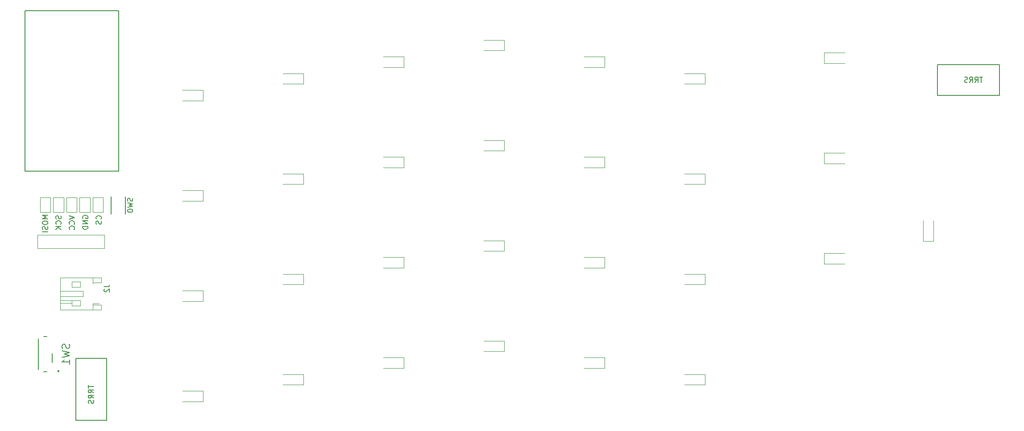
<source format=gbr>
%TF.GenerationSoftware,KiCad,Pcbnew,7.0.7*%
%TF.CreationDate,2024-02-04T16:52:20-05:00*%
%TF.ProjectId,garden,67617264-656e-42e6-9b69-6361645f7063,rev?*%
%TF.SameCoordinates,Original*%
%TF.FileFunction,Legend,Bot*%
%TF.FilePolarity,Positive*%
%FSLAX46Y46*%
G04 Gerber Fmt 4.6, Leading zero omitted, Abs format (unit mm)*
G04 Created by KiCad (PCBNEW 7.0.7) date 2024-02-04 16:52:20*
%MOMM*%
%LPD*%
G01*
G04 APERTURE LIST*
%ADD10C,0.150000*%
%ADD11C,0.120000*%
%ADD12C,0.152400*%
%ADD13C,0.127000*%
%ADD14C,0.250000*%
G04 APERTURE END LIST*
D10*
X31998569Y-111401845D02*
X31998569Y-111973273D01*
X32998569Y-111687559D02*
X31998569Y-111687559D01*
X32998569Y-112878035D02*
X32522378Y-112544702D01*
X32998569Y-112306607D02*
X31998569Y-112306607D01*
X31998569Y-112306607D02*
X31998569Y-112687559D01*
X31998569Y-112687559D02*
X32046188Y-112782797D01*
X32046188Y-112782797D02*
X32093807Y-112830416D01*
X32093807Y-112830416D02*
X32189045Y-112878035D01*
X32189045Y-112878035D02*
X32331902Y-112878035D01*
X32331902Y-112878035D02*
X32427140Y-112830416D01*
X32427140Y-112830416D02*
X32474759Y-112782797D01*
X32474759Y-112782797D02*
X32522378Y-112687559D01*
X32522378Y-112687559D02*
X32522378Y-112306607D01*
X32998569Y-113878035D02*
X32522378Y-113544702D01*
X32998569Y-113306607D02*
X31998569Y-113306607D01*
X31998569Y-113306607D02*
X31998569Y-113687559D01*
X31998569Y-113687559D02*
X32046188Y-113782797D01*
X32046188Y-113782797D02*
X32093807Y-113830416D01*
X32093807Y-113830416D02*
X32189045Y-113878035D01*
X32189045Y-113878035D02*
X32331902Y-113878035D01*
X32331902Y-113878035D02*
X32427140Y-113830416D01*
X32427140Y-113830416D02*
X32474759Y-113782797D01*
X32474759Y-113782797D02*
X32522378Y-113687559D01*
X32522378Y-113687559D02*
X32522378Y-113306607D01*
X32950950Y-114258988D02*
X32998569Y-114401845D01*
X32998569Y-114401845D02*
X32998569Y-114639940D01*
X32998569Y-114639940D02*
X32950950Y-114735178D01*
X32950950Y-114735178D02*
X32903330Y-114782797D01*
X32903330Y-114782797D02*
X32808092Y-114830416D01*
X32808092Y-114830416D02*
X32712854Y-114830416D01*
X32712854Y-114830416D02*
X32617616Y-114782797D01*
X32617616Y-114782797D02*
X32569997Y-114735178D01*
X32569997Y-114735178D02*
X32522378Y-114639940D01*
X32522378Y-114639940D02*
X32474759Y-114449464D01*
X32474759Y-114449464D02*
X32427140Y-114354226D01*
X32427140Y-114354226D02*
X32379521Y-114306607D01*
X32379521Y-114306607D02*
X32284283Y-114258988D01*
X32284283Y-114258988D02*
X32189045Y-114258988D01*
X32189045Y-114258988D02*
X32093807Y-114306607D01*
X32093807Y-114306607D02*
X32046188Y-114354226D01*
X32046188Y-114354226D02*
X31998569Y-114449464D01*
X31998569Y-114449464D02*
X31998569Y-114687559D01*
X31998569Y-114687559D02*
X32046188Y-114830416D01*
X40370450Y-75886469D02*
X40418069Y-76029326D01*
X40418069Y-76029326D02*
X40418069Y-76267421D01*
X40418069Y-76267421D02*
X40370450Y-76362659D01*
X40370450Y-76362659D02*
X40322830Y-76410278D01*
X40322830Y-76410278D02*
X40227592Y-76457897D01*
X40227592Y-76457897D02*
X40132354Y-76457897D01*
X40132354Y-76457897D02*
X40037116Y-76410278D01*
X40037116Y-76410278D02*
X39989497Y-76362659D01*
X39989497Y-76362659D02*
X39941878Y-76267421D01*
X39941878Y-76267421D02*
X39894259Y-76076945D01*
X39894259Y-76076945D02*
X39846640Y-75981707D01*
X39846640Y-75981707D02*
X39799021Y-75934088D01*
X39799021Y-75934088D02*
X39703783Y-75886469D01*
X39703783Y-75886469D02*
X39608545Y-75886469D01*
X39608545Y-75886469D02*
X39513307Y-75934088D01*
X39513307Y-75934088D02*
X39465688Y-75981707D01*
X39465688Y-75981707D02*
X39418069Y-76076945D01*
X39418069Y-76076945D02*
X39418069Y-76315040D01*
X39418069Y-76315040D02*
X39465688Y-76457897D01*
X39418069Y-76791231D02*
X40418069Y-77029326D01*
X40418069Y-77029326D02*
X39703783Y-77219802D01*
X39703783Y-77219802D02*
X40418069Y-77410278D01*
X40418069Y-77410278D02*
X39418069Y-77648374D01*
X39418069Y-78219802D02*
X39418069Y-78315040D01*
X39418069Y-78315040D02*
X39465688Y-78410278D01*
X39465688Y-78410278D02*
X39513307Y-78457897D01*
X39513307Y-78457897D02*
X39608545Y-78505516D01*
X39608545Y-78505516D02*
X39799021Y-78553135D01*
X39799021Y-78553135D02*
X40037116Y-78553135D01*
X40037116Y-78553135D02*
X40227592Y-78505516D01*
X40227592Y-78505516D02*
X40322830Y-78457897D01*
X40322830Y-78457897D02*
X40370450Y-78410278D01*
X40370450Y-78410278D02*
X40418069Y-78315040D01*
X40418069Y-78315040D02*
X40418069Y-78219802D01*
X40418069Y-78219802D02*
X40370450Y-78124564D01*
X40370450Y-78124564D02*
X40322830Y-78076945D01*
X40322830Y-78076945D02*
X40227592Y-78029326D01*
X40227592Y-78029326D02*
X40037116Y-77981707D01*
X40037116Y-77981707D02*
X39799021Y-77981707D01*
X39799021Y-77981707D02*
X39608545Y-78029326D01*
X39608545Y-78029326D02*
X39513307Y-78076945D01*
X39513307Y-78076945D02*
X39465688Y-78124564D01*
X39465688Y-78124564D02*
X39418069Y-78219802D01*
X34370830Y-79847458D02*
X34418450Y-79799839D01*
X34418450Y-79799839D02*
X34466069Y-79656982D01*
X34466069Y-79656982D02*
X34466069Y-79561744D01*
X34466069Y-79561744D02*
X34418450Y-79418887D01*
X34418450Y-79418887D02*
X34323211Y-79323649D01*
X34323211Y-79323649D02*
X34227973Y-79276030D01*
X34227973Y-79276030D02*
X34037497Y-79228411D01*
X34037497Y-79228411D02*
X33894640Y-79228411D01*
X33894640Y-79228411D02*
X33704164Y-79276030D01*
X33704164Y-79276030D02*
X33608926Y-79323649D01*
X33608926Y-79323649D02*
X33513688Y-79418887D01*
X33513688Y-79418887D02*
X33466069Y-79561744D01*
X33466069Y-79561744D02*
X33466069Y-79656982D01*
X33466069Y-79656982D02*
X33513688Y-79799839D01*
X33513688Y-79799839D02*
X33561307Y-79847458D01*
X34418450Y-80228411D02*
X34466069Y-80371268D01*
X34466069Y-80371268D02*
X34466069Y-80609363D01*
X34466069Y-80609363D02*
X34418450Y-80704601D01*
X34418450Y-80704601D02*
X34370830Y-80752220D01*
X34370830Y-80752220D02*
X34275592Y-80799839D01*
X34275592Y-80799839D02*
X34180354Y-80799839D01*
X34180354Y-80799839D02*
X34085116Y-80752220D01*
X34085116Y-80752220D02*
X34037497Y-80704601D01*
X34037497Y-80704601D02*
X33989878Y-80609363D01*
X33989878Y-80609363D02*
X33942259Y-80418887D01*
X33942259Y-80418887D02*
X33894640Y-80323649D01*
X33894640Y-80323649D02*
X33847021Y-80276030D01*
X33847021Y-80276030D02*
X33751783Y-80228411D01*
X33751783Y-80228411D02*
X33656545Y-80228411D01*
X33656545Y-80228411D02*
X33561307Y-80276030D01*
X33561307Y-80276030D02*
X33513688Y-80323649D01*
X33513688Y-80323649D02*
X33466069Y-80418887D01*
X33466069Y-80418887D02*
X33466069Y-80656982D01*
X33466069Y-80656982D02*
X33513688Y-80799839D01*
X24306069Y-79133364D02*
X23306069Y-79133364D01*
X23306069Y-79133364D02*
X24020354Y-79466697D01*
X24020354Y-79466697D02*
X23306069Y-79800030D01*
X23306069Y-79800030D02*
X24306069Y-79800030D01*
X23306069Y-80466697D02*
X23306069Y-80657173D01*
X23306069Y-80657173D02*
X23353688Y-80752411D01*
X23353688Y-80752411D02*
X23448926Y-80847649D01*
X23448926Y-80847649D02*
X23639402Y-80895268D01*
X23639402Y-80895268D02*
X23972735Y-80895268D01*
X23972735Y-80895268D02*
X24163211Y-80847649D01*
X24163211Y-80847649D02*
X24258450Y-80752411D01*
X24258450Y-80752411D02*
X24306069Y-80657173D01*
X24306069Y-80657173D02*
X24306069Y-80466697D01*
X24306069Y-80466697D02*
X24258450Y-80371459D01*
X24258450Y-80371459D02*
X24163211Y-80276221D01*
X24163211Y-80276221D02*
X23972735Y-80228602D01*
X23972735Y-80228602D02*
X23639402Y-80228602D01*
X23639402Y-80228602D02*
X23448926Y-80276221D01*
X23448926Y-80276221D02*
X23353688Y-80371459D01*
X23353688Y-80371459D02*
X23306069Y-80466697D01*
X24258450Y-81276221D02*
X24306069Y-81419078D01*
X24306069Y-81419078D02*
X24306069Y-81657173D01*
X24306069Y-81657173D02*
X24258450Y-81752411D01*
X24258450Y-81752411D02*
X24210830Y-81800030D01*
X24210830Y-81800030D02*
X24115592Y-81847649D01*
X24115592Y-81847649D02*
X24020354Y-81847649D01*
X24020354Y-81847649D02*
X23925116Y-81800030D01*
X23925116Y-81800030D02*
X23877497Y-81752411D01*
X23877497Y-81752411D02*
X23829878Y-81657173D01*
X23829878Y-81657173D02*
X23782259Y-81466697D01*
X23782259Y-81466697D02*
X23734640Y-81371459D01*
X23734640Y-81371459D02*
X23687021Y-81323840D01*
X23687021Y-81323840D02*
X23591783Y-81276221D01*
X23591783Y-81276221D02*
X23496545Y-81276221D01*
X23496545Y-81276221D02*
X23401307Y-81323840D01*
X23401307Y-81323840D02*
X23353688Y-81371459D01*
X23353688Y-81371459D02*
X23306069Y-81466697D01*
X23306069Y-81466697D02*
X23306069Y-81704792D01*
X23306069Y-81704792D02*
X23353688Y-81847649D01*
X24306069Y-82276221D02*
X23306069Y-82276221D01*
X28386069Y-79244411D02*
X29386069Y-79577744D01*
X29386069Y-79577744D02*
X28386069Y-79911077D01*
X29290830Y-80815839D02*
X29338450Y-80768220D01*
X29338450Y-80768220D02*
X29386069Y-80625363D01*
X29386069Y-80625363D02*
X29386069Y-80530125D01*
X29386069Y-80530125D02*
X29338450Y-80387268D01*
X29338450Y-80387268D02*
X29243211Y-80292030D01*
X29243211Y-80292030D02*
X29147973Y-80244411D01*
X29147973Y-80244411D02*
X28957497Y-80196792D01*
X28957497Y-80196792D02*
X28814640Y-80196792D01*
X28814640Y-80196792D02*
X28624164Y-80244411D01*
X28624164Y-80244411D02*
X28528926Y-80292030D01*
X28528926Y-80292030D02*
X28433688Y-80387268D01*
X28433688Y-80387268D02*
X28386069Y-80530125D01*
X28386069Y-80530125D02*
X28386069Y-80625363D01*
X28386069Y-80625363D02*
X28433688Y-80768220D01*
X28433688Y-80768220D02*
X28481307Y-80815839D01*
X29290830Y-81815839D02*
X29338450Y-81768220D01*
X29338450Y-81768220D02*
X29386069Y-81625363D01*
X29386069Y-81625363D02*
X29386069Y-81530125D01*
X29386069Y-81530125D02*
X29338450Y-81387268D01*
X29338450Y-81387268D02*
X29243211Y-81292030D01*
X29243211Y-81292030D02*
X29147973Y-81244411D01*
X29147973Y-81244411D02*
X28957497Y-81196792D01*
X28957497Y-81196792D02*
X28814640Y-81196792D01*
X28814640Y-81196792D02*
X28624164Y-81244411D01*
X28624164Y-81244411D02*
X28528926Y-81292030D01*
X28528926Y-81292030D02*
X28433688Y-81387268D01*
X28433688Y-81387268D02*
X28386069Y-81530125D01*
X28386069Y-81530125D02*
X28386069Y-81625363D01*
X28386069Y-81625363D02*
X28433688Y-81768220D01*
X28433688Y-81768220D02*
X28481307Y-81815839D01*
X26798450Y-79244411D02*
X26846069Y-79387268D01*
X26846069Y-79387268D02*
X26846069Y-79625363D01*
X26846069Y-79625363D02*
X26798450Y-79720601D01*
X26798450Y-79720601D02*
X26750830Y-79768220D01*
X26750830Y-79768220D02*
X26655592Y-79815839D01*
X26655592Y-79815839D02*
X26560354Y-79815839D01*
X26560354Y-79815839D02*
X26465116Y-79768220D01*
X26465116Y-79768220D02*
X26417497Y-79720601D01*
X26417497Y-79720601D02*
X26369878Y-79625363D01*
X26369878Y-79625363D02*
X26322259Y-79434887D01*
X26322259Y-79434887D02*
X26274640Y-79339649D01*
X26274640Y-79339649D02*
X26227021Y-79292030D01*
X26227021Y-79292030D02*
X26131783Y-79244411D01*
X26131783Y-79244411D02*
X26036545Y-79244411D01*
X26036545Y-79244411D02*
X25941307Y-79292030D01*
X25941307Y-79292030D02*
X25893688Y-79339649D01*
X25893688Y-79339649D02*
X25846069Y-79434887D01*
X25846069Y-79434887D02*
X25846069Y-79672982D01*
X25846069Y-79672982D02*
X25893688Y-79815839D01*
X26750830Y-80815839D02*
X26798450Y-80768220D01*
X26798450Y-80768220D02*
X26846069Y-80625363D01*
X26846069Y-80625363D02*
X26846069Y-80530125D01*
X26846069Y-80530125D02*
X26798450Y-80387268D01*
X26798450Y-80387268D02*
X26703211Y-80292030D01*
X26703211Y-80292030D02*
X26607973Y-80244411D01*
X26607973Y-80244411D02*
X26417497Y-80196792D01*
X26417497Y-80196792D02*
X26274640Y-80196792D01*
X26274640Y-80196792D02*
X26084164Y-80244411D01*
X26084164Y-80244411D02*
X25988926Y-80292030D01*
X25988926Y-80292030D02*
X25893688Y-80387268D01*
X25893688Y-80387268D02*
X25846069Y-80530125D01*
X25846069Y-80530125D02*
X25846069Y-80625363D01*
X25846069Y-80625363D02*
X25893688Y-80768220D01*
X25893688Y-80768220D02*
X25941307Y-80815839D01*
X26846069Y-81244411D02*
X25846069Y-81244411D01*
X26846069Y-81815839D02*
X26274640Y-81387268D01*
X25846069Y-81815839D02*
X26417497Y-81244411D01*
X30973688Y-79720601D02*
X30926069Y-79625363D01*
X30926069Y-79625363D02*
X30926069Y-79482506D01*
X30926069Y-79482506D02*
X30973688Y-79339649D01*
X30973688Y-79339649D02*
X31068926Y-79244411D01*
X31068926Y-79244411D02*
X31164164Y-79196792D01*
X31164164Y-79196792D02*
X31354640Y-79149173D01*
X31354640Y-79149173D02*
X31497497Y-79149173D01*
X31497497Y-79149173D02*
X31687973Y-79196792D01*
X31687973Y-79196792D02*
X31783211Y-79244411D01*
X31783211Y-79244411D02*
X31878450Y-79339649D01*
X31878450Y-79339649D02*
X31926069Y-79482506D01*
X31926069Y-79482506D02*
X31926069Y-79577744D01*
X31926069Y-79577744D02*
X31878450Y-79720601D01*
X31878450Y-79720601D02*
X31830830Y-79768220D01*
X31830830Y-79768220D02*
X31497497Y-79768220D01*
X31497497Y-79768220D02*
X31497497Y-79577744D01*
X31926069Y-80196792D02*
X30926069Y-80196792D01*
X30926069Y-80196792D02*
X31926069Y-80768220D01*
X31926069Y-80768220D02*
X30926069Y-80768220D01*
X31926069Y-81244411D02*
X30926069Y-81244411D01*
X30926069Y-81244411D02*
X30926069Y-81482506D01*
X30926069Y-81482506D02*
X30973688Y-81625363D01*
X30973688Y-81625363D02*
X31068926Y-81720601D01*
X31068926Y-81720601D02*
X31164164Y-81768220D01*
X31164164Y-81768220D02*
X31354640Y-81815839D01*
X31354640Y-81815839D02*
X31497497Y-81815839D01*
X31497497Y-81815839D02*
X31687973Y-81768220D01*
X31687973Y-81768220D02*
X31783211Y-81720601D01*
X31783211Y-81720601D02*
X31878450Y-81625363D01*
X31878450Y-81625363D02*
X31926069Y-81482506D01*
X31926069Y-81482506D02*
X31926069Y-81244411D01*
X28344200Y-103643762D02*
X28410866Y-103843762D01*
X28410866Y-103843762D02*
X28410866Y-104177096D01*
X28410866Y-104177096D02*
X28344200Y-104310429D01*
X28344200Y-104310429D02*
X28277533Y-104377096D01*
X28277533Y-104377096D02*
X28144200Y-104443762D01*
X28144200Y-104443762D02*
X28010866Y-104443762D01*
X28010866Y-104443762D02*
X27877533Y-104377096D01*
X27877533Y-104377096D02*
X27810866Y-104310429D01*
X27810866Y-104310429D02*
X27744200Y-104177096D01*
X27744200Y-104177096D02*
X27677533Y-103910429D01*
X27677533Y-103910429D02*
X27610866Y-103777096D01*
X27610866Y-103777096D02*
X27544200Y-103710429D01*
X27544200Y-103710429D02*
X27410866Y-103643762D01*
X27410866Y-103643762D02*
X27277533Y-103643762D01*
X27277533Y-103643762D02*
X27144200Y-103710429D01*
X27144200Y-103710429D02*
X27077533Y-103777096D01*
X27077533Y-103777096D02*
X27010866Y-103910429D01*
X27010866Y-103910429D02*
X27010866Y-104243762D01*
X27010866Y-104243762D02*
X27077533Y-104443762D01*
X27010866Y-104910429D02*
X28410866Y-105243762D01*
X28410866Y-105243762D02*
X27410866Y-105510429D01*
X27410866Y-105510429D02*
X28410866Y-105777095D01*
X28410866Y-105777095D02*
X27010866Y-106110429D01*
X28410866Y-107377095D02*
X28410866Y-106577095D01*
X28410866Y-106977095D02*
X27010866Y-106977095D01*
X27010866Y-106977095D02*
X27210866Y-106843762D01*
X27210866Y-106843762D02*
X27344200Y-106710429D01*
X27344200Y-106710429D02*
X27410866Y-106577095D01*
X35001819Y-92695916D02*
X35716104Y-92695916D01*
X35716104Y-92695916D02*
X35858961Y-92648297D01*
X35858961Y-92648297D02*
X35954200Y-92553059D01*
X35954200Y-92553059D02*
X36001819Y-92410202D01*
X36001819Y-92410202D02*
X36001819Y-92314964D01*
X35097057Y-93124488D02*
X35049438Y-93172107D01*
X35049438Y-93172107D02*
X35001819Y-93267345D01*
X35001819Y-93267345D02*
X35001819Y-93505440D01*
X35001819Y-93505440D02*
X35049438Y-93600678D01*
X35049438Y-93600678D02*
X35097057Y-93648297D01*
X35097057Y-93648297D02*
X35192295Y-93695916D01*
X35192295Y-93695916D02*
X35287533Y-93695916D01*
X35287533Y-93695916D02*
X35430390Y-93648297D01*
X35430390Y-93648297D02*
X36001819Y-93076869D01*
X36001819Y-93076869D02*
X36001819Y-93695916D01*
X201694029Y-52880340D02*
X201122601Y-52880340D01*
X201408315Y-53880340D02*
X201408315Y-52880340D01*
X200217839Y-53880340D02*
X200551172Y-53404149D01*
X200789267Y-53880340D02*
X200789267Y-52880340D01*
X200789267Y-52880340D02*
X200408315Y-52880340D01*
X200408315Y-52880340D02*
X200313077Y-52927959D01*
X200313077Y-52927959D02*
X200265458Y-52975578D01*
X200265458Y-52975578D02*
X200217839Y-53070816D01*
X200217839Y-53070816D02*
X200217839Y-53213673D01*
X200217839Y-53213673D02*
X200265458Y-53308911D01*
X200265458Y-53308911D02*
X200313077Y-53356530D01*
X200313077Y-53356530D02*
X200408315Y-53404149D01*
X200408315Y-53404149D02*
X200789267Y-53404149D01*
X199217839Y-53880340D02*
X199551172Y-53404149D01*
X199789267Y-53880340D02*
X199789267Y-52880340D01*
X199789267Y-52880340D02*
X199408315Y-52880340D01*
X199408315Y-52880340D02*
X199313077Y-52927959D01*
X199313077Y-52927959D02*
X199265458Y-52975578D01*
X199265458Y-52975578D02*
X199217839Y-53070816D01*
X199217839Y-53070816D02*
X199217839Y-53213673D01*
X199217839Y-53213673D02*
X199265458Y-53308911D01*
X199265458Y-53308911D02*
X199313077Y-53356530D01*
X199313077Y-53356530D02*
X199408315Y-53404149D01*
X199408315Y-53404149D02*
X199789267Y-53404149D01*
X198836886Y-53832721D02*
X198694029Y-53880340D01*
X198694029Y-53880340D02*
X198455934Y-53880340D01*
X198455934Y-53880340D02*
X198360696Y-53832721D01*
X198360696Y-53832721D02*
X198313077Y-53785101D01*
X198313077Y-53785101D02*
X198265458Y-53689863D01*
X198265458Y-53689863D02*
X198265458Y-53594625D01*
X198265458Y-53594625D02*
X198313077Y-53499387D01*
X198313077Y-53499387D02*
X198360696Y-53451768D01*
X198360696Y-53451768D02*
X198455934Y-53404149D01*
X198455934Y-53404149D02*
X198646410Y-53356530D01*
X198646410Y-53356530D02*
X198741648Y-53308911D01*
X198741648Y-53308911D02*
X198789267Y-53261292D01*
X198789267Y-53261292D02*
X198836886Y-53166054D01*
X198836886Y-53166054D02*
X198836886Y-53070816D01*
X198836886Y-53070816D02*
X198789267Y-52975578D01*
X198789267Y-52975578D02*
X198741648Y-52927959D01*
X198741648Y-52927959D02*
X198646410Y-52880340D01*
X198646410Y-52880340D02*
X198408315Y-52880340D01*
X198408315Y-52880340D02*
X198265458Y-52927959D01*
D11*
%TO.C,D28*%
X171643750Y-50276004D02*
X175543750Y-50276004D01*
X171643750Y-50276004D02*
X171643750Y-48276004D01*
X171643750Y-48276004D02*
X175543750Y-48276004D01*
%TO.C,D3*%
X53781250Y-93456250D02*
X49881250Y-93456250D01*
X53781250Y-93456250D02*
X53781250Y-95456250D01*
X53781250Y-95456250D02*
X49881250Y-95456250D01*
%TO.C,D13*%
X110931250Y-45831250D02*
X107031250Y-45831250D01*
X110931250Y-45831250D02*
X110931250Y-47831250D01*
X110931250Y-47831250D02*
X107031250Y-47831250D01*
%TO.C,D27*%
X171643750Y-69326004D02*
X175543750Y-69326004D01*
X171643750Y-69326004D02*
X171643750Y-67326004D01*
X171643750Y-67326004D02*
X175543750Y-67326004D01*
%TO.C,D14*%
X110931250Y-64881250D02*
X107031250Y-64881250D01*
X110931250Y-64881250D02*
X110931250Y-66881250D01*
X110931250Y-66881250D02*
X107031250Y-66881250D01*
%TO.C,D6*%
X72831250Y-71231250D02*
X68931250Y-71231250D01*
X72831250Y-71231250D02*
X72831250Y-73231250D01*
X72831250Y-73231250D02*
X68931250Y-73231250D01*
%TO.C,D17*%
X129981250Y-49006250D02*
X126081250Y-49006250D01*
X129981250Y-49006250D02*
X129981250Y-51006250D01*
X129981250Y-51006250D02*
X126081250Y-51006250D01*
%TO.C,D24*%
X149031250Y-109331250D02*
X145131250Y-109331250D01*
X149031250Y-109331250D02*
X149031250Y-111331250D01*
X149031250Y-111331250D02*
X145131250Y-111331250D01*
D10*
%TO.C,U2*%
X29643750Y-106343750D02*
X29643750Y-118093750D01*
X29643750Y-118093750D02*
X35443750Y-118093750D01*
X35443750Y-106343750D02*
X29643750Y-106343750D01*
X35443750Y-118093750D02*
X35443750Y-106343750D01*
D11*
%TO.C,D21*%
X149031250Y-52181250D02*
X145131250Y-52181250D01*
X149031250Y-52181250D02*
X149031250Y-54181250D01*
X149031250Y-54181250D02*
X145131250Y-54181250D01*
%TO.C,D25*%
X192376729Y-84090229D02*
X192376729Y-80190229D01*
X192376729Y-84090229D02*
X190376729Y-84090229D01*
X190376729Y-84090229D02*
X190376729Y-80190229D01*
%TO.C,D2*%
X53781250Y-74406250D02*
X49881250Y-74406250D01*
X53781250Y-74406250D02*
X53781250Y-76406250D01*
X53781250Y-76406250D02*
X49881250Y-76406250D01*
%TO.C,D5*%
X72831250Y-52181250D02*
X68931250Y-52181250D01*
X72831250Y-52181250D02*
X72831250Y-54181250D01*
X72831250Y-54181250D02*
X68931250Y-54181250D01*
%TO.C,D18*%
X129981250Y-68056250D02*
X126081250Y-68056250D01*
X129981250Y-68056250D02*
X129981250Y-70056250D01*
X129981250Y-70056250D02*
X126081250Y-70056250D01*
%TO.C,D26*%
X171643750Y-88376004D02*
X175543750Y-88376004D01*
X171643750Y-88376004D02*
X171643750Y-86376004D01*
X171643750Y-86376004D02*
X175543750Y-86376004D01*
%TO.C,D12*%
X91881250Y-106156250D02*
X87981250Y-106156250D01*
X91881250Y-106156250D02*
X91881250Y-108156250D01*
X91881250Y-108156250D02*
X87981250Y-108156250D01*
D12*
%TO.C,SW0*%
X39048850Y-75594202D02*
X39048850Y-78845402D01*
X36305650Y-78845402D02*
X36305650Y-75594202D01*
D11*
%TO.C,D11*%
X91881250Y-87106250D02*
X87981250Y-87106250D01*
X91881250Y-87106250D02*
X91881250Y-89106250D01*
X91881250Y-89106250D02*
X87981250Y-89106250D01*
%TO.C,D20*%
X129981250Y-106156250D02*
X126081250Y-106156250D01*
X129981250Y-106156250D02*
X129981250Y-108156250D01*
X129981250Y-108156250D02*
X126081250Y-108156250D01*
%TO.C,D4*%
X53781250Y-112506250D02*
X49881250Y-112506250D01*
X53781250Y-112506250D02*
X53781250Y-114506250D01*
X53781250Y-114506250D02*
X49881250Y-114506250D01*
%TO.C,D19*%
X129981250Y-87106250D02*
X126081250Y-87106250D01*
X129981250Y-87106250D02*
X129981250Y-89106250D01*
X129981250Y-89106250D02*
X126081250Y-89106250D01*
%TO.C,D23*%
X149031250Y-90281250D02*
X145131250Y-90281250D01*
X149031250Y-90281250D02*
X149031250Y-92281250D01*
X149031250Y-92281250D02*
X145131250Y-92281250D01*
%TO.C,J1*%
X34831250Y-78553000D02*
X34831250Y-75753000D01*
X34831250Y-75753000D02*
X32831250Y-75753000D01*
X32831250Y-78553000D02*
X34831250Y-78553000D01*
X32831250Y-75753000D02*
X32831250Y-78553000D01*
X32331250Y-78553000D02*
X32331250Y-75753000D01*
X32331250Y-75753000D02*
X30331250Y-75753000D01*
X30331250Y-78553000D02*
X32331250Y-78553000D01*
X30331250Y-75753000D02*
X30331250Y-78553000D01*
X29831250Y-78553000D02*
X29831250Y-75753000D01*
X29831250Y-75753000D02*
X27831250Y-75753000D01*
X27831250Y-78553000D02*
X29831250Y-78553000D01*
X27831250Y-75753000D02*
X27831250Y-78553000D01*
X27331250Y-78553000D02*
X27331250Y-75753000D01*
X27331250Y-75753000D02*
X25331250Y-75753000D01*
X25331250Y-78553000D02*
X27331250Y-78553000D01*
X25331250Y-75753000D02*
X25331250Y-78553000D01*
X24831250Y-78553000D02*
X24831250Y-75753000D01*
X24831250Y-75753000D02*
X22831250Y-75753000D01*
X22831250Y-78553000D02*
X24831250Y-78553000D01*
X22831250Y-75753000D02*
X22831250Y-78553000D01*
%TO.C,D16*%
X110931250Y-102981250D02*
X107031250Y-102981250D01*
X110931250Y-102981250D02*
X110931250Y-104981250D01*
X110931250Y-104981250D02*
X107031250Y-104981250D01*
%TO.C,D7*%
X72831250Y-90281250D02*
X68931250Y-90281250D01*
X72831250Y-90281250D02*
X72831250Y-92281250D01*
X72831250Y-92281250D02*
X68931250Y-92281250D01*
%TO.C,D1*%
X53781250Y-55356250D02*
X49881250Y-55356250D01*
X53781250Y-55356250D02*
X53781250Y-57356250D01*
X53781250Y-57356250D02*
X49881250Y-57356250D01*
%TO.C,D10*%
X91881250Y-68056250D02*
X87981250Y-68056250D01*
X91881250Y-68056250D02*
X91881250Y-70056250D01*
X91881250Y-70056250D02*
X87981250Y-70056250D01*
%TO.C,D15*%
X110931250Y-83931250D02*
X107031250Y-83931250D01*
X110931250Y-83931250D02*
X110931250Y-85931250D01*
X110931250Y-85931250D02*
X107031250Y-85931250D01*
%TO.C,Display1*%
X22321250Y-85437500D02*
X35021250Y-85437500D01*
X35021250Y-85437500D02*
X35021250Y-82837500D01*
X35021250Y-82837500D02*
X22321250Y-82837500D01*
X22321250Y-82837500D02*
X22321250Y-85437500D01*
D13*
%TO.C,SW1*%
X23521000Y-108860429D02*
X24121000Y-108860429D01*
X22521000Y-108410429D02*
X22521000Y-102610429D01*
X25121000Y-107110429D02*
X25121000Y-105410429D01*
X24121000Y-102160429D02*
X23521000Y-102160429D01*
D14*
X26421000Y-108710429D02*
G75*
G03*
X26421000Y-108710429I-100000J0D01*
G01*
D11*
%TO.C,J2*%
X26637000Y-97089250D02*
X26637000Y-90969250D01*
X32857000Y-97089250D02*
X32857000Y-96169250D01*
X34457000Y-97089250D02*
X26637000Y-97089250D01*
X28897000Y-96329250D02*
X28897000Y-95329250D01*
X30497000Y-96329250D02*
X28897000Y-96329250D01*
X32857000Y-96169250D02*
X34457000Y-96169250D01*
X34457000Y-96169250D02*
X34457000Y-97089250D01*
X32857000Y-95889250D02*
X32857000Y-96169250D01*
X32857000Y-95889250D02*
X34072000Y-95889250D01*
X28897000Y-95829250D02*
X26637000Y-95829250D01*
X28897000Y-95329250D02*
X26637000Y-95329250D01*
X28897000Y-95329250D02*
X30497000Y-95329250D01*
X30497000Y-95329250D02*
X30497000Y-96329250D01*
X26637000Y-94529250D02*
X30997000Y-94529250D01*
X30997000Y-94529250D02*
X30997000Y-93529250D01*
X30997000Y-93529250D02*
X26637000Y-93529250D01*
X28897000Y-92729250D02*
X30497000Y-92729250D01*
X30497000Y-92729250D02*
X30497000Y-91729250D01*
X32857000Y-91889250D02*
X32857000Y-92169250D01*
X34457000Y-91889250D02*
X32857000Y-91889250D01*
X28897000Y-91729250D02*
X28897000Y-92729250D01*
X30497000Y-91729250D02*
X28897000Y-91729250D01*
X26637000Y-90969250D02*
X34457000Y-90969250D01*
X32857000Y-90969250D02*
X32857000Y-91889250D01*
X34457000Y-90969250D02*
X34457000Y-91889250D01*
D10*
%TO.C,U1*%
X37721250Y-40264179D02*
X19941250Y-40264179D01*
X37721250Y-40264179D02*
X37721250Y-70744179D01*
X19941250Y-40264179D02*
X19941250Y-70744179D01*
X19941250Y-70744179D02*
X37721250Y-70744179D01*
D11*
%TO.C,D8*%
X72831250Y-109331250D02*
X68931250Y-109331250D01*
X72831250Y-109331250D02*
X72831250Y-111331250D01*
X72831250Y-111331250D02*
X68931250Y-111331250D01*
%TO.C,D9*%
X91881250Y-49006250D02*
X87981250Y-49006250D01*
X91881250Y-49006250D02*
X91881250Y-51006250D01*
X91881250Y-51006250D02*
X87981250Y-51006250D01*
D10*
%TO.C,U3*%
X204862125Y-50525521D02*
X193112125Y-50525521D01*
X193112125Y-50525521D02*
X193112125Y-56325521D01*
X204862125Y-56325521D02*
X204862125Y-50525521D01*
X193112125Y-56325521D02*
X204862125Y-56325521D01*
D11*
%TO.C,D22*%
X149031250Y-71231250D02*
X145131250Y-71231250D01*
X149031250Y-71231250D02*
X149031250Y-73231250D01*
X149031250Y-73231250D02*
X145131250Y-73231250D01*
%TD*%
M02*

</source>
